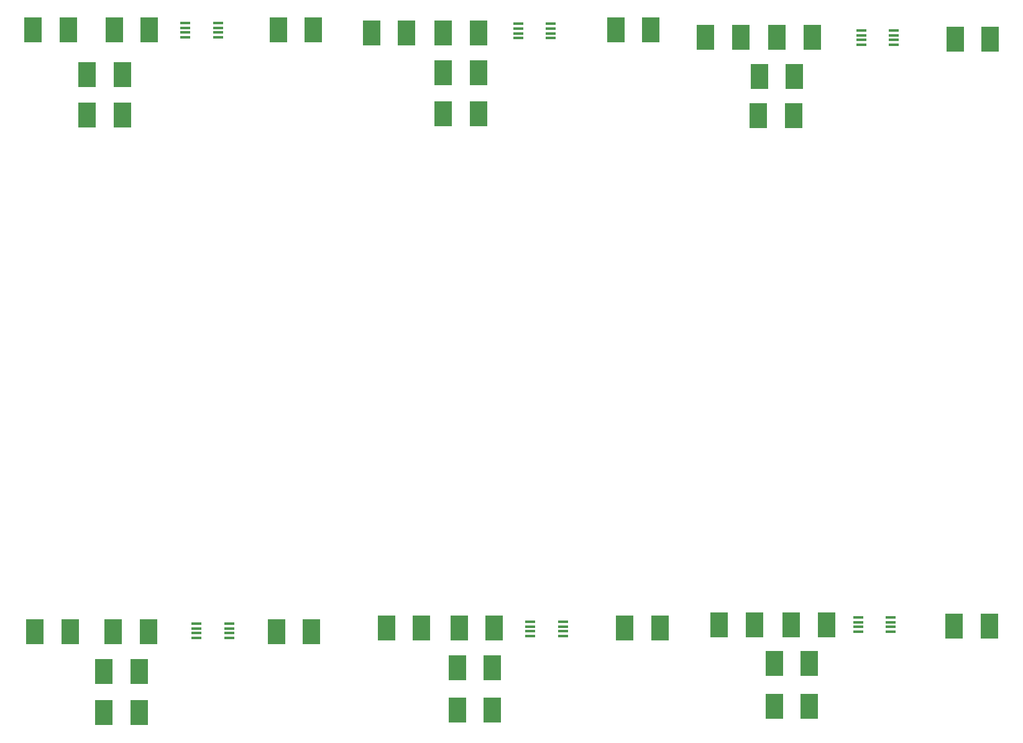
<source format=gbr>
%TF.GenerationSoftware,KiCad,Pcbnew,(5.1.10)-1*%
%TF.CreationDate,2021-08-16T11:24:17+03:00*%
%TF.ProjectId,LPF-AD823AN-valmis,4c50462d-4144-4383-9233-414e2d76616c,rev?*%
%TF.SameCoordinates,Original*%
%TF.FileFunction,Paste,Top*%
%TF.FilePolarity,Positive*%
%FSLAX46Y46*%
G04 Gerber Fmt 4.6, Leading zero omitted, Abs format (unit mm)*
G04 Created by KiCad (PCBNEW (5.1.10)-1) date 2021-08-16 11:24:17*
%MOMM*%
%LPD*%
G01*
G04 APERTURE LIST*
%ADD10R,2.400000X3.400000*%
%ADD11R,1.450000X0.450000*%
G04 APERTURE END LIST*
D10*
%TO.C,R48*%
X128638000Y-139065000D03*
X123838000Y-139065000D03*
%TD*%
%TO.C,R46*%
X126466000Y-58674000D03*
X121666000Y-58674000D03*
%TD*%
%TO.C,R44*%
X85445000Y-139573000D03*
X80645000Y-139573000D03*
%TD*%
%TO.C,R42*%
X130937000Y-128016000D03*
X126137000Y-128016000D03*
%TD*%
%TO.C,R41*%
X129019000Y-48006000D03*
X124219000Y-48006000D03*
%TD*%
%TO.C,R40*%
X85712000Y-128397000D03*
X80912000Y-128397000D03*
%TD*%
%TO.C,R39*%
X121145000Y-128016000D03*
X116345000Y-128016000D03*
%TD*%
%TO.C,R38*%
X119253000Y-48006000D03*
X114453000Y-48006000D03*
%TD*%
%TO.C,R37*%
X75806000Y-128397000D03*
X71006000Y-128397000D03*
%TD*%
%TO.C,R30*%
X83553000Y-58420000D03*
X78753000Y-58420000D03*
%TD*%
%TO.C,R28*%
X35026000Y-58547000D03*
X30226000Y-58547000D03*
%TD*%
%TO.C,R26*%
X37338000Y-139954000D03*
X32538000Y-139954000D03*
%TD*%
%TO.C,R24*%
X83540000Y-47371000D03*
X78740000Y-47371000D03*
%TD*%
%TO.C,R23*%
X38582000Y-128905000D03*
X33782000Y-128905000D03*
%TD*%
%TO.C,R22*%
X27686000Y-46990000D03*
X22886000Y-46990000D03*
%TD*%
%TO.C,R21*%
X73774000Y-47371000D03*
X68974000Y-47371000D03*
%TD*%
%TO.C,R20*%
X27927000Y-128905000D03*
X23127000Y-128905000D03*
%TD*%
%TO.C,R18*%
X148349000Y-128143000D03*
X153149000Y-128143000D03*
%TD*%
%TO.C,R17*%
X148463000Y-48260000D03*
X153263000Y-48260000D03*
%TD*%
%TO.C,R16*%
X103441500Y-128397000D03*
X108241500Y-128397000D03*
%TD*%
%TO.C,R15*%
X123838000Y-133223000D03*
X128638000Y-133223000D03*
%TD*%
%TO.C,R14*%
X121806000Y-53340000D03*
X126606000Y-53340000D03*
%TD*%
%TO.C,R13*%
X80645000Y-133858000D03*
X85445000Y-133858000D03*
%TD*%
%TO.C,R9*%
X102235000Y-46990000D03*
X107035000Y-46990000D03*
%TD*%
%TO.C,R8*%
X56020000Y-128905000D03*
X60820000Y-128905000D03*
%TD*%
%TO.C,R7*%
X56261000Y-46990000D03*
X61061000Y-46990000D03*
%TD*%
%TO.C,R6*%
X78753000Y-52832000D03*
X83553000Y-52832000D03*
%TD*%
%TO.C,R5*%
X32538000Y-134366000D03*
X37338000Y-134366000D03*
%TD*%
%TO.C,R4*%
X30239000Y-53086000D03*
X35039000Y-53086000D03*
%TD*%
%TO.C,R1*%
X33909000Y-46990000D03*
X38709000Y-46990000D03*
%TD*%
D11*
%TO.C,IC6*%
X139700000Y-126970000D03*
X139700000Y-127620000D03*
X139700000Y-128270000D03*
X139700000Y-128920000D03*
X135250000Y-128920000D03*
X135250000Y-128270000D03*
X135250000Y-127620000D03*
X135250000Y-126970000D03*
%TD*%
%TO.C,IC5*%
X140147000Y-47031000D03*
X140147000Y-47681000D03*
X140147000Y-48331000D03*
X140147000Y-48981000D03*
X135697000Y-48981000D03*
X135697000Y-48331000D03*
X135697000Y-47681000D03*
X135697000Y-47031000D03*
%TD*%
%TO.C,IC4*%
X95062000Y-127549000D03*
X95062000Y-128199000D03*
X95062000Y-128849000D03*
X95062000Y-129499000D03*
X90612000Y-129499000D03*
X90612000Y-128849000D03*
X90612000Y-128199000D03*
X90612000Y-127549000D03*
%TD*%
%TO.C,IC3*%
X93411000Y-46142000D03*
X93411000Y-46792000D03*
X93411000Y-47442000D03*
X93411000Y-48092000D03*
X88961000Y-48092000D03*
X88961000Y-47442000D03*
X88961000Y-46792000D03*
X88961000Y-46142000D03*
%TD*%
%TO.C,IC2*%
X49596000Y-127803000D03*
X49596000Y-128453000D03*
X49596000Y-129103000D03*
X49596000Y-129753000D03*
X45146000Y-129753000D03*
X45146000Y-129103000D03*
X45146000Y-128453000D03*
X45146000Y-127803000D03*
%TD*%
%TO.C,IC1*%
X48072000Y-46015000D03*
X48072000Y-46665000D03*
X48072000Y-47315000D03*
X48072000Y-47965000D03*
X43622000Y-47965000D03*
X43622000Y-47315000D03*
X43622000Y-46665000D03*
X43622000Y-46015000D03*
%TD*%
M02*

</source>
